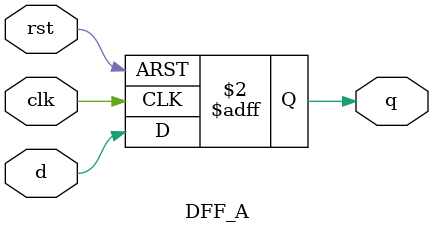
<source format=v>
module DFF_A(
	input clk,rst,
	input d,
	output reg q
);

always @(posedge clk or posedge rst) begin 

	if(rst) 
	q <= 0;
	else 
	q <= d;

end 
endmodule 
</source>
